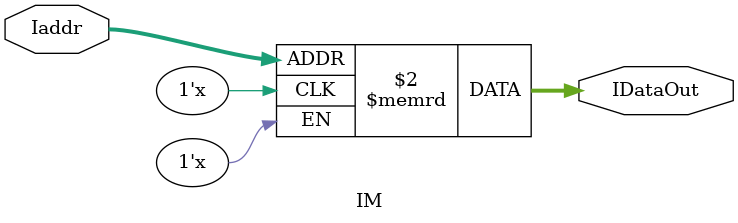
<source format=v>
module IM(
        input[6:0] Iaddr, //instruction address
        output reg[31:0] IDataOut //instruction content output
    );

    reg[31:0] rom[127:0];

    always@(Iaddr)
    begin
        IDataOut = rom[Iaddr];
    end

endmodule

</source>
